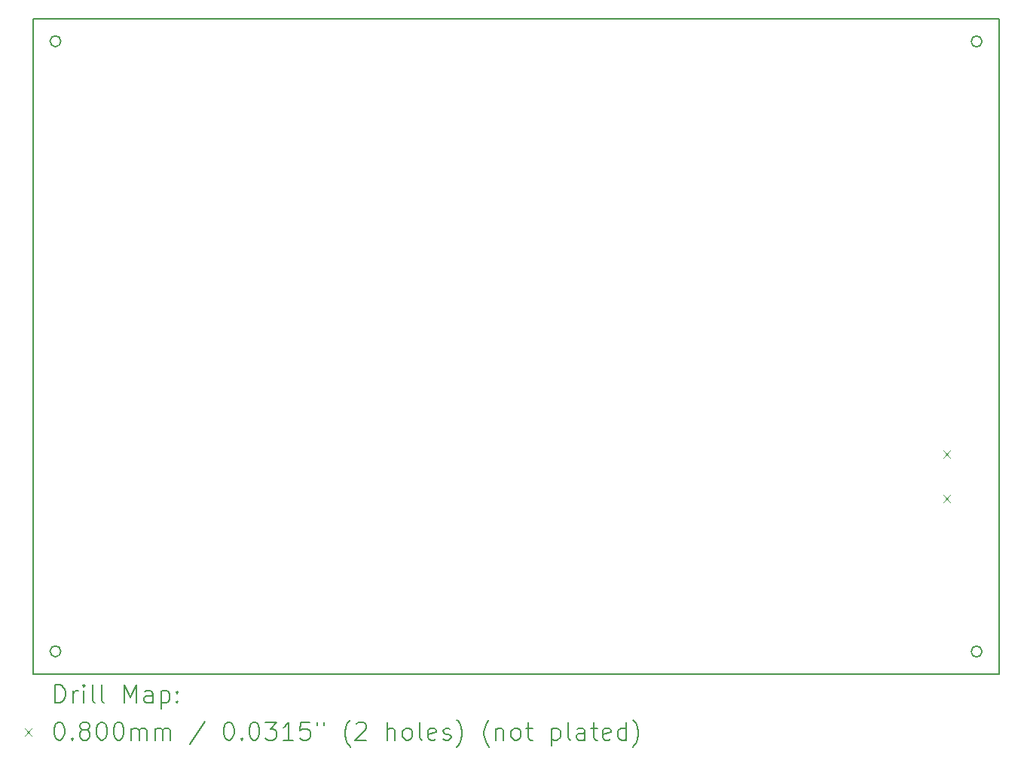
<source format=gbr>
%TF.GenerationSoftware,KiCad,Pcbnew,8.0.1*%
%TF.CreationDate,2024-04-28T19:56:51+02:00*%
%TF.ProjectId,Atmega16-32 Development Board,41746d65-6761-4313-962d-333220446576,V1.0*%
%TF.SameCoordinates,PX1e47770PY791ddc0*%
%TF.FileFunction,Drillmap*%
%TF.FilePolarity,Positive*%
%FSLAX45Y45*%
G04 Gerber Fmt 4.5, Leading zero omitted, Abs format (unit mm)*
G04 Created by KiCad (PCBNEW 8.0.1) date 2024-04-28 19:56:51*
%MOMM*%
%LPD*%
G01*
G04 APERTURE LIST*
%ADD10C,0.200000*%
%ADD11C,0.100000*%
G04 APERTURE END LIST*
D10*
X315000Y7114500D02*
G75*
G02*
X193000Y7114500I-61000J0D01*
G01*
X193000Y7114500D02*
G75*
G02*
X315000Y7114500I61000J0D01*
G01*
X10665500Y254000D02*
G75*
G02*
X10543500Y254000I-61000J0D01*
G01*
X10543500Y254000D02*
G75*
G02*
X10665500Y254000I61000J0D01*
G01*
X10665500Y7112000D02*
G75*
G02*
X10543500Y7112000I-61000J0D01*
G01*
X10543500Y7112000D02*
G75*
G02*
X10665500Y7112000I61000J0D01*
G01*
X10858500Y0D02*
X0Y0D01*
X0Y0D02*
X0Y7366000D01*
X0Y7366000D02*
X10858500Y7366000D01*
X10858500Y7366000D02*
X10858500Y0D01*
X315000Y256500D02*
G75*
G02*
X193000Y256500I-61000J0D01*
G01*
X193000Y256500D02*
G75*
G02*
X315000Y256500I61000J0D01*
G01*
D11*
X10230465Y2512465D02*
X10310465Y2432465D01*
X10310465Y2512465D02*
X10230465Y2432465D01*
X10230465Y2012465D02*
X10310465Y1932465D01*
X10310465Y2012465D02*
X10230465Y1932465D01*
D10*
X250777Y-321484D02*
X250777Y-121484D01*
X250777Y-121484D02*
X298396Y-121484D01*
X298396Y-121484D02*
X326967Y-131008D01*
X326967Y-131008D02*
X346015Y-150055D01*
X346015Y-150055D02*
X355539Y-169103D01*
X355539Y-169103D02*
X365062Y-207198D01*
X365062Y-207198D02*
X365062Y-235769D01*
X365062Y-235769D02*
X355539Y-273865D01*
X355539Y-273865D02*
X346015Y-292912D01*
X346015Y-292912D02*
X326967Y-311960D01*
X326967Y-311960D02*
X298396Y-321484D01*
X298396Y-321484D02*
X250777Y-321484D01*
X450777Y-321484D02*
X450777Y-188150D01*
X450777Y-226246D02*
X460301Y-207198D01*
X460301Y-207198D02*
X469824Y-197674D01*
X469824Y-197674D02*
X488872Y-188150D01*
X488872Y-188150D02*
X507920Y-188150D01*
X574586Y-321484D02*
X574586Y-188150D01*
X574586Y-121484D02*
X565063Y-131008D01*
X565063Y-131008D02*
X574586Y-140531D01*
X574586Y-140531D02*
X584110Y-131008D01*
X584110Y-131008D02*
X574586Y-121484D01*
X574586Y-121484D02*
X574586Y-140531D01*
X698396Y-321484D02*
X679348Y-311960D01*
X679348Y-311960D02*
X669824Y-292912D01*
X669824Y-292912D02*
X669824Y-121484D01*
X803158Y-321484D02*
X784110Y-311960D01*
X784110Y-311960D02*
X774586Y-292912D01*
X774586Y-292912D02*
X774586Y-121484D01*
X1031729Y-321484D02*
X1031729Y-121484D01*
X1031729Y-121484D02*
X1098396Y-264341D01*
X1098396Y-264341D02*
X1165063Y-121484D01*
X1165063Y-121484D02*
X1165063Y-321484D01*
X1346015Y-321484D02*
X1346015Y-216722D01*
X1346015Y-216722D02*
X1336491Y-197674D01*
X1336491Y-197674D02*
X1317444Y-188150D01*
X1317444Y-188150D02*
X1279348Y-188150D01*
X1279348Y-188150D02*
X1260301Y-197674D01*
X1346015Y-311960D02*
X1326967Y-321484D01*
X1326967Y-321484D02*
X1279348Y-321484D01*
X1279348Y-321484D02*
X1260301Y-311960D01*
X1260301Y-311960D02*
X1250777Y-292912D01*
X1250777Y-292912D02*
X1250777Y-273865D01*
X1250777Y-273865D02*
X1260301Y-254817D01*
X1260301Y-254817D02*
X1279348Y-245293D01*
X1279348Y-245293D02*
X1326967Y-245293D01*
X1326967Y-245293D02*
X1346015Y-235769D01*
X1441253Y-188150D02*
X1441253Y-388150D01*
X1441253Y-197674D02*
X1460301Y-188150D01*
X1460301Y-188150D02*
X1498396Y-188150D01*
X1498396Y-188150D02*
X1517443Y-197674D01*
X1517443Y-197674D02*
X1526967Y-207198D01*
X1526967Y-207198D02*
X1536491Y-226246D01*
X1536491Y-226246D02*
X1536491Y-283389D01*
X1536491Y-283389D02*
X1526967Y-302436D01*
X1526967Y-302436D02*
X1517443Y-311960D01*
X1517443Y-311960D02*
X1498396Y-321484D01*
X1498396Y-321484D02*
X1460301Y-321484D01*
X1460301Y-321484D02*
X1441253Y-311960D01*
X1622205Y-302436D02*
X1631729Y-311960D01*
X1631729Y-311960D02*
X1622205Y-321484D01*
X1622205Y-321484D02*
X1612682Y-311960D01*
X1612682Y-311960D02*
X1622205Y-302436D01*
X1622205Y-302436D02*
X1622205Y-321484D01*
X1622205Y-197674D02*
X1631729Y-207198D01*
X1631729Y-207198D02*
X1622205Y-216722D01*
X1622205Y-216722D02*
X1612682Y-207198D01*
X1612682Y-207198D02*
X1622205Y-197674D01*
X1622205Y-197674D02*
X1622205Y-216722D01*
D11*
X-90000Y-610000D02*
X-10000Y-690000D01*
X-10000Y-610000D02*
X-90000Y-690000D01*
D10*
X288872Y-541484D02*
X307920Y-541484D01*
X307920Y-541484D02*
X326967Y-551008D01*
X326967Y-551008D02*
X336491Y-560531D01*
X336491Y-560531D02*
X346015Y-579579D01*
X346015Y-579579D02*
X355539Y-617674D01*
X355539Y-617674D02*
X355539Y-665293D01*
X355539Y-665293D02*
X346015Y-703388D01*
X346015Y-703388D02*
X336491Y-722436D01*
X336491Y-722436D02*
X326967Y-731960D01*
X326967Y-731960D02*
X307920Y-741484D01*
X307920Y-741484D02*
X288872Y-741484D01*
X288872Y-741484D02*
X269824Y-731960D01*
X269824Y-731960D02*
X260301Y-722436D01*
X260301Y-722436D02*
X250777Y-703388D01*
X250777Y-703388D02*
X241253Y-665293D01*
X241253Y-665293D02*
X241253Y-617674D01*
X241253Y-617674D02*
X250777Y-579579D01*
X250777Y-579579D02*
X260301Y-560531D01*
X260301Y-560531D02*
X269824Y-551008D01*
X269824Y-551008D02*
X288872Y-541484D01*
X441253Y-722436D02*
X450777Y-731960D01*
X450777Y-731960D02*
X441253Y-741484D01*
X441253Y-741484D02*
X431729Y-731960D01*
X431729Y-731960D02*
X441253Y-722436D01*
X441253Y-722436D02*
X441253Y-741484D01*
X565063Y-627198D02*
X546015Y-617674D01*
X546015Y-617674D02*
X536491Y-608150D01*
X536491Y-608150D02*
X526967Y-589103D01*
X526967Y-589103D02*
X526967Y-579579D01*
X526967Y-579579D02*
X536491Y-560531D01*
X536491Y-560531D02*
X546015Y-551008D01*
X546015Y-551008D02*
X565063Y-541484D01*
X565063Y-541484D02*
X603158Y-541484D01*
X603158Y-541484D02*
X622205Y-551008D01*
X622205Y-551008D02*
X631729Y-560531D01*
X631729Y-560531D02*
X641253Y-579579D01*
X641253Y-579579D02*
X641253Y-589103D01*
X641253Y-589103D02*
X631729Y-608150D01*
X631729Y-608150D02*
X622205Y-617674D01*
X622205Y-617674D02*
X603158Y-627198D01*
X603158Y-627198D02*
X565063Y-627198D01*
X565063Y-627198D02*
X546015Y-636722D01*
X546015Y-636722D02*
X536491Y-646246D01*
X536491Y-646246D02*
X526967Y-665293D01*
X526967Y-665293D02*
X526967Y-703388D01*
X526967Y-703388D02*
X536491Y-722436D01*
X536491Y-722436D02*
X546015Y-731960D01*
X546015Y-731960D02*
X565063Y-741484D01*
X565063Y-741484D02*
X603158Y-741484D01*
X603158Y-741484D02*
X622205Y-731960D01*
X622205Y-731960D02*
X631729Y-722436D01*
X631729Y-722436D02*
X641253Y-703388D01*
X641253Y-703388D02*
X641253Y-665293D01*
X641253Y-665293D02*
X631729Y-646246D01*
X631729Y-646246D02*
X622205Y-636722D01*
X622205Y-636722D02*
X603158Y-627198D01*
X765062Y-541484D02*
X784110Y-541484D01*
X784110Y-541484D02*
X803158Y-551008D01*
X803158Y-551008D02*
X812682Y-560531D01*
X812682Y-560531D02*
X822205Y-579579D01*
X822205Y-579579D02*
X831729Y-617674D01*
X831729Y-617674D02*
X831729Y-665293D01*
X831729Y-665293D02*
X822205Y-703388D01*
X822205Y-703388D02*
X812682Y-722436D01*
X812682Y-722436D02*
X803158Y-731960D01*
X803158Y-731960D02*
X784110Y-741484D01*
X784110Y-741484D02*
X765062Y-741484D01*
X765062Y-741484D02*
X746015Y-731960D01*
X746015Y-731960D02*
X736491Y-722436D01*
X736491Y-722436D02*
X726967Y-703388D01*
X726967Y-703388D02*
X717443Y-665293D01*
X717443Y-665293D02*
X717443Y-617674D01*
X717443Y-617674D02*
X726967Y-579579D01*
X726967Y-579579D02*
X736491Y-560531D01*
X736491Y-560531D02*
X746015Y-551008D01*
X746015Y-551008D02*
X765062Y-541484D01*
X955539Y-541484D02*
X974586Y-541484D01*
X974586Y-541484D02*
X993634Y-551008D01*
X993634Y-551008D02*
X1003158Y-560531D01*
X1003158Y-560531D02*
X1012682Y-579579D01*
X1012682Y-579579D02*
X1022205Y-617674D01*
X1022205Y-617674D02*
X1022205Y-665293D01*
X1022205Y-665293D02*
X1012682Y-703388D01*
X1012682Y-703388D02*
X1003158Y-722436D01*
X1003158Y-722436D02*
X993634Y-731960D01*
X993634Y-731960D02*
X974586Y-741484D01*
X974586Y-741484D02*
X955539Y-741484D01*
X955539Y-741484D02*
X936491Y-731960D01*
X936491Y-731960D02*
X926967Y-722436D01*
X926967Y-722436D02*
X917443Y-703388D01*
X917443Y-703388D02*
X907920Y-665293D01*
X907920Y-665293D02*
X907920Y-617674D01*
X907920Y-617674D02*
X917443Y-579579D01*
X917443Y-579579D02*
X926967Y-560531D01*
X926967Y-560531D02*
X936491Y-551008D01*
X936491Y-551008D02*
X955539Y-541484D01*
X1107920Y-741484D02*
X1107920Y-608150D01*
X1107920Y-627198D02*
X1117444Y-617674D01*
X1117444Y-617674D02*
X1136491Y-608150D01*
X1136491Y-608150D02*
X1165063Y-608150D01*
X1165063Y-608150D02*
X1184110Y-617674D01*
X1184110Y-617674D02*
X1193634Y-636722D01*
X1193634Y-636722D02*
X1193634Y-741484D01*
X1193634Y-636722D02*
X1203158Y-617674D01*
X1203158Y-617674D02*
X1222205Y-608150D01*
X1222205Y-608150D02*
X1250777Y-608150D01*
X1250777Y-608150D02*
X1269825Y-617674D01*
X1269825Y-617674D02*
X1279348Y-636722D01*
X1279348Y-636722D02*
X1279348Y-741484D01*
X1374586Y-741484D02*
X1374586Y-608150D01*
X1374586Y-627198D02*
X1384110Y-617674D01*
X1384110Y-617674D02*
X1403158Y-608150D01*
X1403158Y-608150D02*
X1431729Y-608150D01*
X1431729Y-608150D02*
X1450777Y-617674D01*
X1450777Y-617674D02*
X1460301Y-636722D01*
X1460301Y-636722D02*
X1460301Y-741484D01*
X1460301Y-636722D02*
X1469824Y-617674D01*
X1469824Y-617674D02*
X1488872Y-608150D01*
X1488872Y-608150D02*
X1517443Y-608150D01*
X1517443Y-608150D02*
X1536491Y-617674D01*
X1536491Y-617674D02*
X1546015Y-636722D01*
X1546015Y-636722D02*
X1546015Y-741484D01*
X1936491Y-531960D02*
X1765063Y-789103D01*
X2193634Y-541484D02*
X2212682Y-541484D01*
X2212682Y-541484D02*
X2231729Y-551008D01*
X2231729Y-551008D02*
X2241253Y-560531D01*
X2241253Y-560531D02*
X2250777Y-579579D01*
X2250777Y-579579D02*
X2260301Y-617674D01*
X2260301Y-617674D02*
X2260301Y-665293D01*
X2260301Y-665293D02*
X2250777Y-703388D01*
X2250777Y-703388D02*
X2241253Y-722436D01*
X2241253Y-722436D02*
X2231729Y-731960D01*
X2231729Y-731960D02*
X2212682Y-741484D01*
X2212682Y-741484D02*
X2193634Y-741484D01*
X2193634Y-741484D02*
X2174587Y-731960D01*
X2174587Y-731960D02*
X2165063Y-722436D01*
X2165063Y-722436D02*
X2155539Y-703388D01*
X2155539Y-703388D02*
X2146015Y-665293D01*
X2146015Y-665293D02*
X2146015Y-617674D01*
X2146015Y-617674D02*
X2155539Y-579579D01*
X2155539Y-579579D02*
X2165063Y-560531D01*
X2165063Y-560531D02*
X2174587Y-551008D01*
X2174587Y-551008D02*
X2193634Y-541484D01*
X2346015Y-722436D02*
X2355539Y-731960D01*
X2355539Y-731960D02*
X2346015Y-741484D01*
X2346015Y-741484D02*
X2336491Y-731960D01*
X2336491Y-731960D02*
X2346015Y-722436D01*
X2346015Y-722436D02*
X2346015Y-741484D01*
X2479348Y-541484D02*
X2498396Y-541484D01*
X2498396Y-541484D02*
X2517444Y-551008D01*
X2517444Y-551008D02*
X2526968Y-560531D01*
X2526968Y-560531D02*
X2536491Y-579579D01*
X2536491Y-579579D02*
X2546015Y-617674D01*
X2546015Y-617674D02*
X2546015Y-665293D01*
X2546015Y-665293D02*
X2536491Y-703388D01*
X2536491Y-703388D02*
X2526968Y-722436D01*
X2526968Y-722436D02*
X2517444Y-731960D01*
X2517444Y-731960D02*
X2498396Y-741484D01*
X2498396Y-741484D02*
X2479348Y-741484D01*
X2479348Y-741484D02*
X2460301Y-731960D01*
X2460301Y-731960D02*
X2450777Y-722436D01*
X2450777Y-722436D02*
X2441253Y-703388D01*
X2441253Y-703388D02*
X2431729Y-665293D01*
X2431729Y-665293D02*
X2431729Y-617674D01*
X2431729Y-617674D02*
X2441253Y-579579D01*
X2441253Y-579579D02*
X2450777Y-560531D01*
X2450777Y-560531D02*
X2460301Y-551008D01*
X2460301Y-551008D02*
X2479348Y-541484D01*
X2612682Y-541484D02*
X2736491Y-541484D01*
X2736491Y-541484D02*
X2669825Y-617674D01*
X2669825Y-617674D02*
X2698396Y-617674D01*
X2698396Y-617674D02*
X2717444Y-627198D01*
X2717444Y-627198D02*
X2726968Y-636722D01*
X2726968Y-636722D02*
X2736491Y-655770D01*
X2736491Y-655770D02*
X2736491Y-703388D01*
X2736491Y-703388D02*
X2726968Y-722436D01*
X2726968Y-722436D02*
X2717444Y-731960D01*
X2717444Y-731960D02*
X2698396Y-741484D01*
X2698396Y-741484D02*
X2641253Y-741484D01*
X2641253Y-741484D02*
X2622206Y-731960D01*
X2622206Y-731960D02*
X2612682Y-722436D01*
X2926967Y-741484D02*
X2812682Y-741484D01*
X2869825Y-741484D02*
X2869825Y-541484D01*
X2869825Y-541484D02*
X2850777Y-570055D01*
X2850777Y-570055D02*
X2831729Y-589103D01*
X2831729Y-589103D02*
X2812682Y-598627D01*
X3107920Y-541484D02*
X3012682Y-541484D01*
X3012682Y-541484D02*
X3003158Y-636722D01*
X3003158Y-636722D02*
X3012682Y-627198D01*
X3012682Y-627198D02*
X3031729Y-617674D01*
X3031729Y-617674D02*
X3079348Y-617674D01*
X3079348Y-617674D02*
X3098396Y-627198D01*
X3098396Y-627198D02*
X3107920Y-636722D01*
X3107920Y-636722D02*
X3117444Y-655770D01*
X3117444Y-655770D02*
X3117444Y-703388D01*
X3117444Y-703388D02*
X3107920Y-722436D01*
X3107920Y-722436D02*
X3098396Y-731960D01*
X3098396Y-731960D02*
X3079348Y-741484D01*
X3079348Y-741484D02*
X3031729Y-741484D01*
X3031729Y-741484D02*
X3012682Y-731960D01*
X3012682Y-731960D02*
X3003158Y-722436D01*
X3193634Y-541484D02*
X3193634Y-579579D01*
X3269825Y-541484D02*
X3269825Y-579579D01*
X3565063Y-817674D02*
X3555539Y-808150D01*
X3555539Y-808150D02*
X3536491Y-779579D01*
X3536491Y-779579D02*
X3526968Y-760531D01*
X3526968Y-760531D02*
X3517444Y-731960D01*
X3517444Y-731960D02*
X3507920Y-684341D01*
X3507920Y-684341D02*
X3507920Y-646246D01*
X3507920Y-646246D02*
X3517444Y-598627D01*
X3517444Y-598627D02*
X3526968Y-570055D01*
X3526968Y-570055D02*
X3536491Y-551008D01*
X3536491Y-551008D02*
X3555539Y-522436D01*
X3555539Y-522436D02*
X3565063Y-512912D01*
X3631729Y-560531D02*
X3641253Y-551008D01*
X3641253Y-551008D02*
X3660301Y-541484D01*
X3660301Y-541484D02*
X3707920Y-541484D01*
X3707920Y-541484D02*
X3726968Y-551008D01*
X3726968Y-551008D02*
X3736491Y-560531D01*
X3736491Y-560531D02*
X3746015Y-579579D01*
X3746015Y-579579D02*
X3746015Y-598627D01*
X3746015Y-598627D02*
X3736491Y-627198D01*
X3736491Y-627198D02*
X3622206Y-741484D01*
X3622206Y-741484D02*
X3746015Y-741484D01*
X3984110Y-741484D02*
X3984110Y-541484D01*
X4069825Y-741484D02*
X4069825Y-636722D01*
X4069825Y-636722D02*
X4060301Y-617674D01*
X4060301Y-617674D02*
X4041253Y-608150D01*
X4041253Y-608150D02*
X4012682Y-608150D01*
X4012682Y-608150D02*
X3993634Y-617674D01*
X3993634Y-617674D02*
X3984110Y-627198D01*
X4193634Y-741484D02*
X4174587Y-731960D01*
X4174587Y-731960D02*
X4165063Y-722436D01*
X4165063Y-722436D02*
X4155539Y-703388D01*
X4155539Y-703388D02*
X4155539Y-646246D01*
X4155539Y-646246D02*
X4165063Y-627198D01*
X4165063Y-627198D02*
X4174587Y-617674D01*
X4174587Y-617674D02*
X4193634Y-608150D01*
X4193634Y-608150D02*
X4222206Y-608150D01*
X4222206Y-608150D02*
X4241253Y-617674D01*
X4241253Y-617674D02*
X4250777Y-627198D01*
X4250777Y-627198D02*
X4260301Y-646246D01*
X4260301Y-646246D02*
X4260301Y-703388D01*
X4260301Y-703388D02*
X4250777Y-722436D01*
X4250777Y-722436D02*
X4241253Y-731960D01*
X4241253Y-731960D02*
X4222206Y-741484D01*
X4222206Y-741484D02*
X4193634Y-741484D01*
X4374587Y-741484D02*
X4355539Y-731960D01*
X4355539Y-731960D02*
X4346015Y-712912D01*
X4346015Y-712912D02*
X4346015Y-541484D01*
X4526968Y-731960D02*
X4507920Y-741484D01*
X4507920Y-741484D02*
X4469825Y-741484D01*
X4469825Y-741484D02*
X4450777Y-731960D01*
X4450777Y-731960D02*
X4441253Y-712912D01*
X4441253Y-712912D02*
X4441253Y-636722D01*
X4441253Y-636722D02*
X4450777Y-617674D01*
X4450777Y-617674D02*
X4469825Y-608150D01*
X4469825Y-608150D02*
X4507920Y-608150D01*
X4507920Y-608150D02*
X4526968Y-617674D01*
X4526968Y-617674D02*
X4536492Y-636722D01*
X4536492Y-636722D02*
X4536492Y-655770D01*
X4536492Y-655770D02*
X4441253Y-674817D01*
X4612682Y-731960D02*
X4631730Y-741484D01*
X4631730Y-741484D02*
X4669825Y-741484D01*
X4669825Y-741484D02*
X4688873Y-731960D01*
X4688873Y-731960D02*
X4698396Y-712912D01*
X4698396Y-712912D02*
X4698396Y-703388D01*
X4698396Y-703388D02*
X4688873Y-684341D01*
X4688873Y-684341D02*
X4669825Y-674817D01*
X4669825Y-674817D02*
X4641253Y-674817D01*
X4641253Y-674817D02*
X4622206Y-665293D01*
X4622206Y-665293D02*
X4612682Y-646246D01*
X4612682Y-646246D02*
X4612682Y-636722D01*
X4612682Y-636722D02*
X4622206Y-617674D01*
X4622206Y-617674D02*
X4641253Y-608150D01*
X4641253Y-608150D02*
X4669825Y-608150D01*
X4669825Y-608150D02*
X4688873Y-617674D01*
X4765063Y-817674D02*
X4774587Y-808150D01*
X4774587Y-808150D02*
X4793634Y-779579D01*
X4793634Y-779579D02*
X4803158Y-760531D01*
X4803158Y-760531D02*
X4812682Y-731960D01*
X4812682Y-731960D02*
X4822206Y-684341D01*
X4822206Y-684341D02*
X4822206Y-646246D01*
X4822206Y-646246D02*
X4812682Y-598627D01*
X4812682Y-598627D02*
X4803158Y-570055D01*
X4803158Y-570055D02*
X4793634Y-551008D01*
X4793634Y-551008D02*
X4774587Y-522436D01*
X4774587Y-522436D02*
X4765063Y-512912D01*
X5126968Y-817674D02*
X5117444Y-808150D01*
X5117444Y-808150D02*
X5098396Y-779579D01*
X5098396Y-779579D02*
X5088873Y-760531D01*
X5088873Y-760531D02*
X5079349Y-731960D01*
X5079349Y-731960D02*
X5069825Y-684341D01*
X5069825Y-684341D02*
X5069825Y-646246D01*
X5069825Y-646246D02*
X5079349Y-598627D01*
X5079349Y-598627D02*
X5088873Y-570055D01*
X5088873Y-570055D02*
X5098396Y-551008D01*
X5098396Y-551008D02*
X5117444Y-522436D01*
X5117444Y-522436D02*
X5126968Y-512912D01*
X5203158Y-608150D02*
X5203158Y-741484D01*
X5203158Y-627198D02*
X5212682Y-617674D01*
X5212682Y-617674D02*
X5231730Y-608150D01*
X5231730Y-608150D02*
X5260301Y-608150D01*
X5260301Y-608150D02*
X5279349Y-617674D01*
X5279349Y-617674D02*
X5288873Y-636722D01*
X5288873Y-636722D02*
X5288873Y-741484D01*
X5412682Y-741484D02*
X5393634Y-731960D01*
X5393634Y-731960D02*
X5384111Y-722436D01*
X5384111Y-722436D02*
X5374587Y-703388D01*
X5374587Y-703388D02*
X5374587Y-646246D01*
X5374587Y-646246D02*
X5384111Y-627198D01*
X5384111Y-627198D02*
X5393634Y-617674D01*
X5393634Y-617674D02*
X5412682Y-608150D01*
X5412682Y-608150D02*
X5441254Y-608150D01*
X5441254Y-608150D02*
X5460301Y-617674D01*
X5460301Y-617674D02*
X5469825Y-627198D01*
X5469825Y-627198D02*
X5479349Y-646246D01*
X5479349Y-646246D02*
X5479349Y-703388D01*
X5479349Y-703388D02*
X5469825Y-722436D01*
X5469825Y-722436D02*
X5460301Y-731960D01*
X5460301Y-731960D02*
X5441254Y-741484D01*
X5441254Y-741484D02*
X5412682Y-741484D01*
X5536492Y-608150D02*
X5612682Y-608150D01*
X5565063Y-541484D02*
X5565063Y-712912D01*
X5565063Y-712912D02*
X5574587Y-731960D01*
X5574587Y-731960D02*
X5593634Y-741484D01*
X5593634Y-741484D02*
X5612682Y-741484D01*
X5831730Y-608150D02*
X5831730Y-808150D01*
X5831730Y-617674D02*
X5850777Y-608150D01*
X5850777Y-608150D02*
X5888873Y-608150D01*
X5888873Y-608150D02*
X5907920Y-617674D01*
X5907920Y-617674D02*
X5917444Y-627198D01*
X5917444Y-627198D02*
X5926968Y-646246D01*
X5926968Y-646246D02*
X5926968Y-703388D01*
X5926968Y-703388D02*
X5917444Y-722436D01*
X5917444Y-722436D02*
X5907920Y-731960D01*
X5907920Y-731960D02*
X5888873Y-741484D01*
X5888873Y-741484D02*
X5850777Y-741484D01*
X5850777Y-741484D02*
X5831730Y-731960D01*
X6041253Y-741484D02*
X6022206Y-731960D01*
X6022206Y-731960D02*
X6012682Y-712912D01*
X6012682Y-712912D02*
X6012682Y-541484D01*
X6203158Y-741484D02*
X6203158Y-636722D01*
X6203158Y-636722D02*
X6193634Y-617674D01*
X6193634Y-617674D02*
X6174587Y-608150D01*
X6174587Y-608150D02*
X6136492Y-608150D01*
X6136492Y-608150D02*
X6117444Y-617674D01*
X6203158Y-731960D02*
X6184111Y-741484D01*
X6184111Y-741484D02*
X6136492Y-741484D01*
X6136492Y-741484D02*
X6117444Y-731960D01*
X6117444Y-731960D02*
X6107920Y-712912D01*
X6107920Y-712912D02*
X6107920Y-693865D01*
X6107920Y-693865D02*
X6117444Y-674817D01*
X6117444Y-674817D02*
X6136492Y-665293D01*
X6136492Y-665293D02*
X6184111Y-665293D01*
X6184111Y-665293D02*
X6203158Y-655770D01*
X6269825Y-608150D02*
X6346015Y-608150D01*
X6298396Y-541484D02*
X6298396Y-712912D01*
X6298396Y-712912D02*
X6307920Y-731960D01*
X6307920Y-731960D02*
X6326968Y-741484D01*
X6326968Y-741484D02*
X6346015Y-741484D01*
X6488873Y-731960D02*
X6469825Y-741484D01*
X6469825Y-741484D02*
X6431730Y-741484D01*
X6431730Y-741484D02*
X6412682Y-731960D01*
X6412682Y-731960D02*
X6403158Y-712912D01*
X6403158Y-712912D02*
X6403158Y-636722D01*
X6403158Y-636722D02*
X6412682Y-617674D01*
X6412682Y-617674D02*
X6431730Y-608150D01*
X6431730Y-608150D02*
X6469825Y-608150D01*
X6469825Y-608150D02*
X6488873Y-617674D01*
X6488873Y-617674D02*
X6498396Y-636722D01*
X6498396Y-636722D02*
X6498396Y-655770D01*
X6498396Y-655770D02*
X6403158Y-674817D01*
X6669825Y-741484D02*
X6669825Y-541484D01*
X6669825Y-731960D02*
X6650777Y-741484D01*
X6650777Y-741484D02*
X6612682Y-741484D01*
X6612682Y-741484D02*
X6593634Y-731960D01*
X6593634Y-731960D02*
X6584111Y-722436D01*
X6584111Y-722436D02*
X6574587Y-703388D01*
X6574587Y-703388D02*
X6574587Y-646246D01*
X6574587Y-646246D02*
X6584111Y-627198D01*
X6584111Y-627198D02*
X6593634Y-617674D01*
X6593634Y-617674D02*
X6612682Y-608150D01*
X6612682Y-608150D02*
X6650777Y-608150D01*
X6650777Y-608150D02*
X6669825Y-617674D01*
X6746015Y-817674D02*
X6755539Y-808150D01*
X6755539Y-808150D02*
X6774587Y-779579D01*
X6774587Y-779579D02*
X6784111Y-760531D01*
X6784111Y-760531D02*
X6793634Y-731960D01*
X6793634Y-731960D02*
X6803158Y-684341D01*
X6803158Y-684341D02*
X6803158Y-646246D01*
X6803158Y-646246D02*
X6793634Y-598627D01*
X6793634Y-598627D02*
X6784111Y-570055D01*
X6784111Y-570055D02*
X6774587Y-551008D01*
X6774587Y-551008D02*
X6755539Y-522436D01*
X6755539Y-522436D02*
X6746015Y-512912D01*
M02*

</source>
